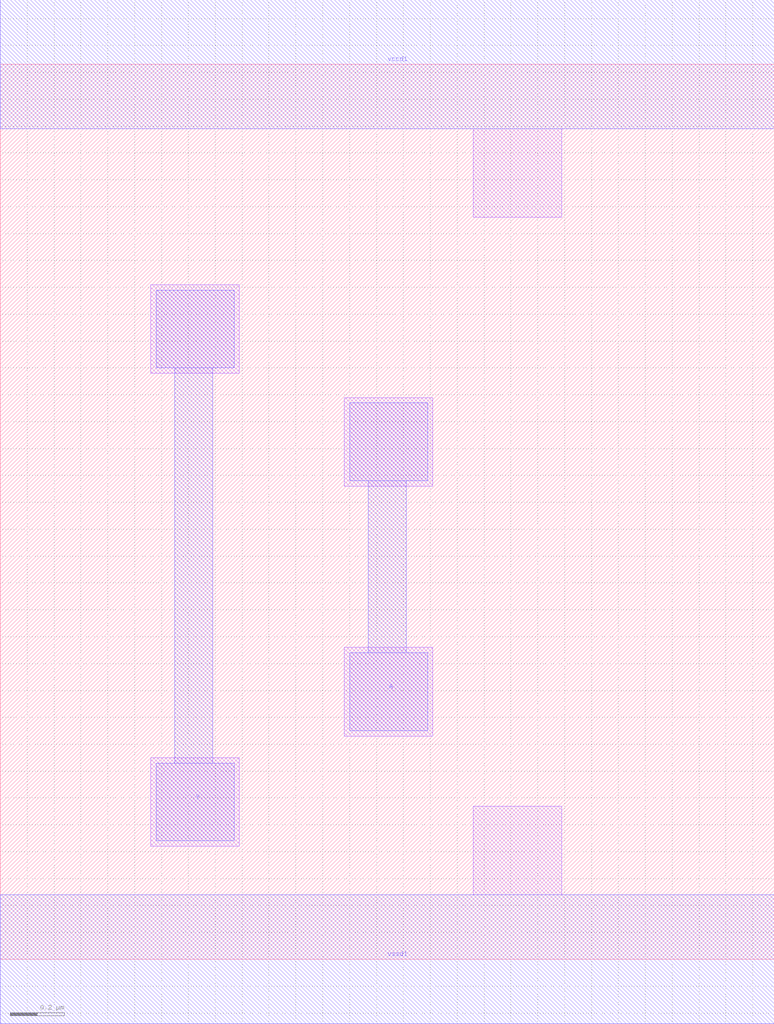
<source format=lef>
VERSION 5.7 ;
  NOWIREEXTENSIONATPIN ON ;
  DIVIDERCHAR "/" ;
  BUSBITCHARS "[]" ;
MACRO INV
  CLASS CORE ;
  FOREIGN INV ;
  ORIGIN 0.000 0.000 ;
  SIZE 2.880 BY 3.330 ;
  SYMMETRY X Y R90 ;
  SITE unit ;
  PIN vccd1
    DIRECTION INOUT ;
    USE POWER ;
    SHAPE ABUTMENT ;
    PORT
      LAYER met1 ;
        RECT 0.000 3.090 2.880 3.570 ;
    END
  END vccd1
  PIN vssd1
    DIRECTION INOUT ;
    USE GROUND ;
    SHAPE ABUTMENT ;
    PORT
      LAYER met1 ;
        RECT 0.000 -0.240 2.880 0.240 ;
    END
  END vssd1
  PIN Y
    DIRECTION INOUT ;
    USE SIGNAL ;
    SHAPE ABUTMENT ;
    PORT
      LAYER met1 ;
        RECT 0.580 2.200 0.870 2.490 ;
        RECT 0.650 0.730 0.790 2.200 ;
        RECT 0.580 0.440 0.870 0.730 ;
    END
  END Y
  PIN A
    DIRECTION INOUT ;
    USE SIGNAL ;
    SHAPE ABUTMENT ;
    PORT
      LAYER met1 ;
        RECT 1.300 1.780 1.590 2.070 ;
        RECT 1.370 1.140 1.510 1.780 ;
        RECT 1.300 0.850 1.590 1.140 ;
    END
  END A
  OBS
      LAYER li1 ;
        RECT 1.760 2.760 2.090 3.090 ;
        RECT 0.560 2.180 0.890 2.510 ;
        RECT 1.280 1.760 1.610 2.090 ;
        RECT 1.280 0.830 1.610 1.160 ;
        RECT 0.560 0.420 0.890 0.750 ;
        RECT 1.760 0.240 2.090 0.570 ;
  END
END INV
END LIBRARY


</source>
